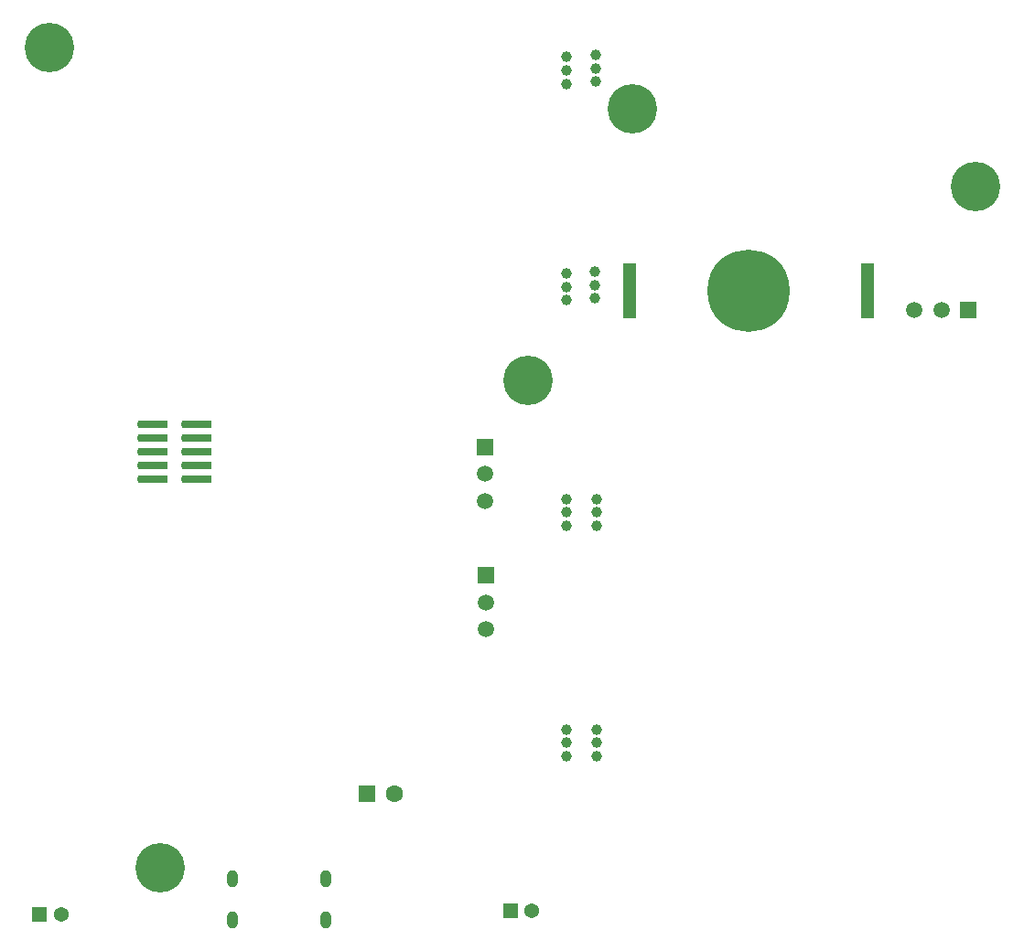
<source format=gbr>
G04*
G04 #@! TF.GenerationSoftware,Altium Limited,Altium Designer,24.10.1 (45)*
G04*
G04 Layer_Color=255*
%FSLAX44Y44*%
%MOMM*%
G71*
G04*
G04 #@! TF.SameCoordinates,58AE560C-37F5-4C9B-8F18-908462E99DB1*
G04*
G04*
G04 #@! TF.FilePolarity,Positive*
G04*
G01*
G75*
%ADD28C,1.0000*%
%ADD145C,4.5720*%
%ADD146R,1.3680X1.3680*%
%ADD147C,1.3680*%
%ADD148R,1.5080X1.5080*%
%ADD149C,1.5080*%
%ADD150O,1.0000X1.6000*%
%ADD151C,1.6000*%
%ADD152R,1.6000X1.6000*%
%ADD153R,1.5080X1.5080*%
%ADD157R,1.2700X5.0800*%
%ADD158C,7.6200*%
G04:AMPARAMS|DCode=159|XSize=2.794mm|YSize=0.7366mm|CornerRadius=0.1842mm|HoleSize=0mm|Usage=FLASHONLY|Rotation=180.000|XOffset=0mm|YOffset=0mm|HoleType=Round|Shape=RoundedRectangle|*
%AMROUNDEDRECTD159*
21,1,2.7940,0.3683,0,0,180.0*
21,1,2.4257,0.7366,0,0,180.0*
1,1,0.3683,-1.2129,0.1842*
1,1,0.3683,1.2129,0.1842*
1,1,0.3683,1.2129,-0.1842*
1,1,0.3683,-1.2129,-0.1842*
%
%ADD159ROUNDEDRECTD159*%
D28*
X543564Y610434D02*
D03*
Y622880D02*
D03*
Y635072D02*
D03*
X543814Y823468D02*
D03*
Y835660D02*
D03*
Y811022D02*
D03*
X516890Y211074D02*
D03*
Y198882D02*
D03*
Y186436D02*
D03*
X544830Y186690D02*
D03*
Y199136D02*
D03*
Y211328D02*
D03*
X516890Y424434D02*
D03*
Y412242D02*
D03*
Y399796D02*
D03*
X544830Y400050D02*
D03*
Y412496D02*
D03*
Y424688D02*
D03*
X516640Y633294D02*
D03*
Y621102D02*
D03*
Y608656D02*
D03*
X516890Y809244D02*
D03*
Y821690D02*
D03*
Y833882D02*
D03*
D145*
X38354Y842772D02*
D03*
X578358Y786384D02*
D03*
X895096Y714248D02*
D03*
X481076Y534416D02*
D03*
X141478Y83566D02*
D03*
D146*
X464980Y43600D02*
D03*
X29624Y40298D02*
D03*
D147*
X484980Y43600D02*
D03*
X49624Y40298D02*
D03*
D148*
X888854Y599694D02*
D03*
D149*
X863854D02*
D03*
X838854D02*
D03*
X442552Y329184D02*
D03*
Y304184D02*
D03*
X442044Y448056D02*
D03*
Y423056D02*
D03*
D150*
X207752Y73180D02*
D03*
Y35180D02*
D03*
X294152D02*
D03*
Y73180D02*
D03*
D151*
X358140Y152146D02*
D03*
D152*
X332740D02*
D03*
D153*
X442552Y354184D02*
D03*
X442044Y473056D02*
D03*
D157*
X575574Y617220D02*
D03*
X795274D02*
D03*
D158*
X685424D02*
D03*
D159*
X175006Y493776D02*
D03*
X134366D02*
D03*
X175006Y481076D02*
D03*
X134366D02*
D03*
X175006Y468376D02*
D03*
X134366D02*
D03*
X175006Y455676D02*
D03*
X134366D02*
D03*
X175006Y442976D02*
D03*
X134366D02*
D03*
M02*

</source>
